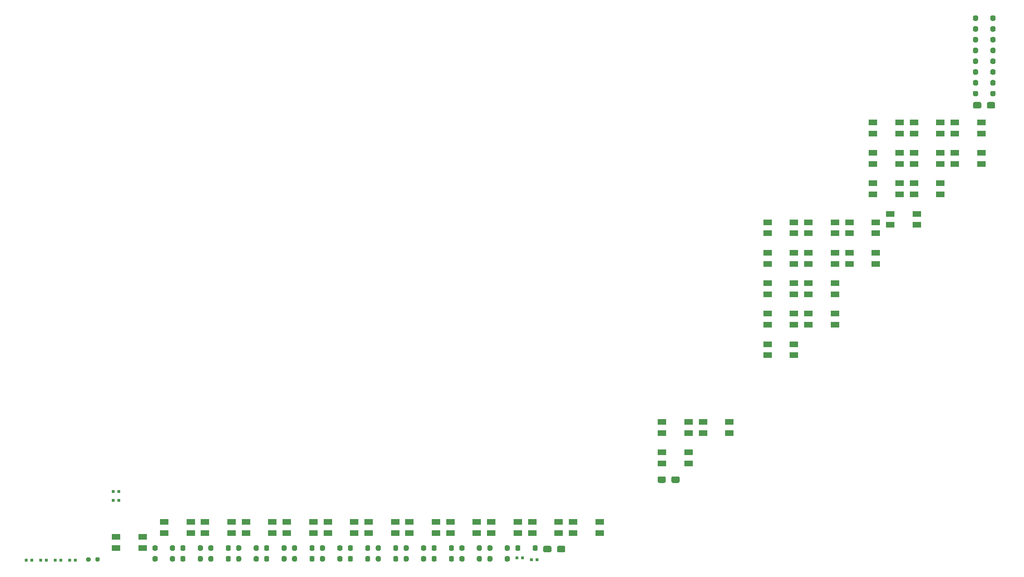
<source format=gbr>
%TF.GenerationSoftware,KiCad,Pcbnew,(5.1.10)-1*%
%TF.CreationDate,2021-08-10T22:37:01+09:00*%
%TF.ProjectId,Ultramarine_fuse,556c7472-616d-4617-9269-6e655f667573,rev?*%
%TF.SameCoordinates,Original*%
%TF.FileFunction,Paste,Top*%
%TF.FilePolarity,Positive*%
%FSLAX46Y46*%
G04 Gerber Fmt 4.6, Leading zero omitted, Abs format (unit mm)*
G04 Created by KiCad (PCBNEW (5.1.10)-1) date 2021-08-10 22:37:01*
%MOMM*%
%LPD*%
G01*
G04 APERTURE LIST*
%ADD10R,1.600000X1.000000*%
%ADD11R,0.609600X0.609600*%
G04 APERTURE END LIST*
D10*
%TO.C,U36*%
X224515300Y-90326501D03*
X224515300Y-92326501D03*
X219715300Y-92326501D03*
X219715300Y-90326501D03*
X224515300Y-92326501D03*
X224515300Y-90326501D03*
X219715300Y-90326501D03*
X219715300Y-92326501D03*
%TD*%
%TO.C,U35*%
X231915300Y-84806501D03*
X231915300Y-86806501D03*
X227115300Y-86806501D03*
X227115300Y-84806501D03*
X231915300Y-86806501D03*
X231915300Y-84806501D03*
X227115300Y-84806501D03*
X227115300Y-86806501D03*
%TD*%
%TO.C,U34*%
X205415300Y-115486501D03*
X205415300Y-117486501D03*
X200615300Y-117486501D03*
X200615300Y-115486501D03*
X205415300Y-117486501D03*
X205415300Y-115486501D03*
X200615300Y-115486501D03*
X200615300Y-117486501D03*
%TD*%
%TO.C,U33*%
X224515300Y-84806501D03*
X224515300Y-86806501D03*
X219715300Y-86806501D03*
X219715300Y-84806501D03*
X224515300Y-86806501D03*
X224515300Y-84806501D03*
X219715300Y-84806501D03*
X219715300Y-86806501D03*
%TD*%
%TO.C,U32*%
X231915300Y-79286501D03*
X231915300Y-81286501D03*
X227115300Y-81286501D03*
X227115300Y-79286501D03*
X231915300Y-81286501D03*
X231915300Y-79286501D03*
X227115300Y-79286501D03*
X227115300Y-81286501D03*
%TD*%
%TO.C,U31*%
X243615300Y-66706501D03*
X243615300Y-68706501D03*
X238815300Y-68706501D03*
X238815300Y-66706501D03*
X243615300Y-68706501D03*
X243615300Y-66706501D03*
X238815300Y-66706501D03*
X238815300Y-68706501D03*
%TD*%
%TO.C,U30*%
X251015300Y-61186501D03*
X251015300Y-63186501D03*
X246215300Y-63186501D03*
X246215300Y-61186501D03*
X251015300Y-63186501D03*
X251015300Y-61186501D03*
X246215300Y-61186501D03*
X246215300Y-63186501D03*
%TD*%
%TO.C,U29*%
X224515300Y-101366501D03*
X224515300Y-103366501D03*
X219715300Y-103366501D03*
X219715300Y-101366501D03*
X224515300Y-103366501D03*
X224515300Y-101366501D03*
X219715300Y-101366501D03*
X219715300Y-103366501D03*
%TD*%
%TO.C,U28*%
X189315300Y-133586501D03*
X189315300Y-135586501D03*
X184515300Y-135586501D03*
X184515300Y-133586501D03*
X189315300Y-135586501D03*
X189315300Y-133586501D03*
X184515300Y-133586501D03*
X184515300Y-135586501D03*
%TD*%
%TO.C,U27*%
X258415300Y-66706501D03*
X258415300Y-68706501D03*
X253615300Y-68706501D03*
X253615300Y-66706501D03*
X258415300Y-68706501D03*
X258415300Y-66706501D03*
X253615300Y-66706501D03*
X253615300Y-68706501D03*
%TD*%
%TO.C,U26*%
X251015300Y-72226501D03*
X251015300Y-74226501D03*
X246215300Y-74226501D03*
X246215300Y-72226501D03*
X251015300Y-74226501D03*
X251015300Y-72226501D03*
X246215300Y-72226501D03*
X246215300Y-74226501D03*
%TD*%
%TO.C,U25*%
X246715300Y-77746501D03*
X246715300Y-79746501D03*
X241915300Y-79746501D03*
X241915300Y-77746501D03*
X246715300Y-79746501D03*
X246715300Y-77746501D03*
X241915300Y-77746501D03*
X241915300Y-79746501D03*
%TD*%
%TO.C,U24*%
X239315300Y-84806501D03*
X239315300Y-86806501D03*
X234515300Y-86806501D03*
X234515300Y-84806501D03*
X239315300Y-86806501D03*
X239315300Y-84806501D03*
X234515300Y-84806501D03*
X234515300Y-86806501D03*
%TD*%
%TO.C,U23*%
X231915300Y-90326501D03*
X231915300Y-92326501D03*
X227115300Y-92326501D03*
X227115300Y-90326501D03*
X231915300Y-92326501D03*
X231915300Y-90326501D03*
X227115300Y-90326501D03*
X227115300Y-92326501D03*
%TD*%
%TO.C,U22*%
X239315300Y-79286501D03*
X239315300Y-81286501D03*
X234515300Y-81286501D03*
X234515300Y-79286501D03*
X239315300Y-81286501D03*
X239315300Y-79286501D03*
X234515300Y-79286501D03*
X234515300Y-81286501D03*
%TD*%
%TO.C,U21*%
X212815300Y-115486501D03*
X212815300Y-117486501D03*
X208015300Y-117486501D03*
X208015300Y-115486501D03*
X212815300Y-117486501D03*
X212815300Y-115486501D03*
X208015300Y-115486501D03*
X208015300Y-117486501D03*
%TD*%
%TO.C,U20*%
X231915300Y-95846501D03*
X231915300Y-97846501D03*
X227115300Y-97846501D03*
X227115300Y-95846501D03*
X231915300Y-97846501D03*
X231915300Y-95846501D03*
X227115300Y-95846501D03*
X227115300Y-97846501D03*
%TD*%
%TO.C,U19*%
X174515300Y-133586501D03*
X174515300Y-135586501D03*
X169715300Y-135586501D03*
X169715300Y-133586501D03*
X174515300Y-135586501D03*
X174515300Y-133586501D03*
X169715300Y-133586501D03*
X169715300Y-135586501D03*
%TD*%
%TO.C,U18*%
X205415300Y-121006501D03*
X205415300Y-123006501D03*
X200615300Y-123006501D03*
X200615300Y-121006501D03*
X205415300Y-123006501D03*
X205415300Y-121006501D03*
X200615300Y-121006501D03*
X200615300Y-123006501D03*
%TD*%
%TO.C,U17*%
X106615300Y-136286501D03*
X106615300Y-138286501D03*
X101815300Y-138286501D03*
X101815300Y-136286501D03*
X106615300Y-138286501D03*
X106615300Y-136286501D03*
X101815300Y-136286501D03*
X101815300Y-138286501D03*
%TD*%
%TO.C,U16*%
X115315300Y-133586501D03*
X115315300Y-135586501D03*
X110515300Y-135586501D03*
X110515300Y-133586501D03*
X115315300Y-135586501D03*
X115315300Y-133586501D03*
X110515300Y-133586501D03*
X110515300Y-135586501D03*
%TD*%
%TO.C,U15*%
X122715300Y-133586501D03*
X122715300Y-135586501D03*
X117915300Y-135586501D03*
X117915300Y-133586501D03*
X122715300Y-135586501D03*
X122715300Y-133586501D03*
X117915300Y-133586501D03*
X117915300Y-135586501D03*
%TD*%
%TO.C,U14*%
X137515300Y-133586501D03*
X137515300Y-135586501D03*
X132715300Y-135586501D03*
X132715300Y-133586501D03*
X137515300Y-135586501D03*
X137515300Y-133586501D03*
X132715300Y-133586501D03*
X132715300Y-135586501D03*
%TD*%
%TO.C,U13*%
X144915300Y-133586501D03*
X144915300Y-135586501D03*
X140115300Y-135586501D03*
X140115300Y-133586501D03*
X144915300Y-135586501D03*
X144915300Y-133586501D03*
X140115300Y-133586501D03*
X140115300Y-135586501D03*
%TD*%
%TO.C,U12*%
X152315300Y-133586501D03*
X152315300Y-135586501D03*
X147515300Y-135586501D03*
X147515300Y-133586501D03*
X152315300Y-135586501D03*
X152315300Y-133586501D03*
X147515300Y-133586501D03*
X147515300Y-135586501D03*
%TD*%
%TO.C,U11*%
X159715300Y-133586501D03*
X159715300Y-135586501D03*
X154915300Y-135586501D03*
X154915300Y-133586501D03*
X159715300Y-135586501D03*
X159715300Y-133586501D03*
X154915300Y-133586501D03*
X154915300Y-135586501D03*
%TD*%
%TO.C,U10*%
X167115300Y-133586501D03*
X167115300Y-135586501D03*
X162315300Y-135586501D03*
X162315300Y-133586501D03*
X167115300Y-135586501D03*
X167115300Y-133586501D03*
X162315300Y-133586501D03*
X162315300Y-135586501D03*
%TD*%
%TO.C,U9*%
X224515300Y-79286501D03*
X224515300Y-81286501D03*
X219715300Y-81286501D03*
X219715300Y-79286501D03*
X224515300Y-81286501D03*
X224515300Y-79286501D03*
X219715300Y-79286501D03*
X219715300Y-81286501D03*
%TD*%
%TO.C,U8*%
X243615300Y-61186501D03*
X243615300Y-63186501D03*
X238815300Y-63186501D03*
X238815300Y-61186501D03*
X243615300Y-63186501D03*
X243615300Y-61186501D03*
X238815300Y-61186501D03*
X238815300Y-63186501D03*
%TD*%
%TO.C,U7*%
X251015300Y-66706501D03*
X251015300Y-68706501D03*
X246215300Y-68706501D03*
X246215300Y-66706501D03*
X251015300Y-68706501D03*
X251015300Y-66706501D03*
X246215300Y-66706501D03*
X246215300Y-68706501D03*
%TD*%
%TO.C,U6*%
X130115300Y-133586501D03*
X130115300Y-135586501D03*
X125315300Y-135586501D03*
X125315300Y-133586501D03*
X130115300Y-135586501D03*
X130115300Y-133586501D03*
X125315300Y-133586501D03*
X125315300Y-135586501D03*
%TD*%
%TO.C,U5*%
X224515300Y-95846501D03*
X224515300Y-97846501D03*
X219715300Y-97846501D03*
X219715300Y-95846501D03*
X224515300Y-97846501D03*
X224515300Y-95846501D03*
X219715300Y-95846501D03*
X219715300Y-97846501D03*
%TD*%
%TO.C,U4*%
X181915300Y-133586501D03*
X181915300Y-135586501D03*
X177115300Y-135586501D03*
X177115300Y-133586501D03*
X181915300Y-135586501D03*
X181915300Y-133586501D03*
X177115300Y-133586501D03*
X177115300Y-135586501D03*
%TD*%
%TO.C,U3*%
X258415300Y-61186501D03*
X258415300Y-63186501D03*
X253615300Y-63186501D03*
X253615300Y-61186501D03*
X258415300Y-63186501D03*
X258415300Y-61186501D03*
X253615300Y-61186501D03*
X253615300Y-63186501D03*
%TD*%
%TO.C,U2*%
X243615300Y-72226501D03*
X243615300Y-74226501D03*
X238815300Y-74226501D03*
X238815300Y-72226501D03*
X243615300Y-74226501D03*
X243615300Y-72226501D03*
X238815300Y-72226501D03*
X238815300Y-74226501D03*
%TD*%
%TO.C,R3*%
G36*
G01*
X202315300Y-126226501D02*
X202315300Y-125626501D01*
G75*
G02*
X202615300Y-125326501I300000J0D01*
G01*
X203515300Y-125326501D01*
G75*
G02*
X203815300Y-125626501I0J-300000D01*
G01*
X203815300Y-126226501D01*
G75*
G02*
X203515300Y-126526501I-300000J0D01*
G01*
X202615300Y-126526501D01*
G75*
G02*
X202315300Y-126226501I0J300000D01*
G01*
G37*
G36*
G01*
X199815300Y-126226501D02*
X199815300Y-125626501D01*
G75*
G02*
X200115300Y-125326501I300000J0D01*
G01*
X201015300Y-125326501D01*
G75*
G02*
X201315300Y-125626501I0J-300000D01*
G01*
X201315300Y-126226501D01*
G75*
G02*
X201015300Y-126526501I-300000J0D01*
G01*
X200115300Y-126526501D01*
G75*
G02*
X199815300Y-126226501I0J300000D01*
G01*
G37*
%TD*%
%TO.C,R2*%
G36*
G01*
X181615300Y-138806501D02*
X181615300Y-138206501D01*
G75*
G02*
X181915300Y-137906501I300000J0D01*
G01*
X182815300Y-137906501D01*
G75*
G02*
X183115300Y-138206501I0J-300000D01*
G01*
X183115300Y-138806501D01*
G75*
G02*
X182815300Y-139106501I-300000J0D01*
G01*
X181915300Y-139106501D01*
G75*
G02*
X181615300Y-138806501I0J300000D01*
G01*
G37*
G36*
G01*
X179115300Y-138806501D02*
X179115300Y-138206501D01*
G75*
G02*
X179415300Y-137906501I300000J0D01*
G01*
X180315300Y-137906501D01*
G75*
G02*
X180615300Y-138206501I0J-300000D01*
G01*
X180615300Y-138806501D01*
G75*
G02*
X180315300Y-139106501I-300000J0D01*
G01*
X179415300Y-139106501D01*
G75*
G02*
X179115300Y-138806501I0J300000D01*
G01*
G37*
%TD*%
%TO.C,R1*%
G36*
G01*
X259415300Y-58386501D02*
X259415300Y-57786501D01*
G75*
G02*
X259715300Y-57486501I300000J0D01*
G01*
X260615300Y-57486501D01*
G75*
G02*
X260915300Y-57786501I0J-300000D01*
G01*
X260915300Y-58386501D01*
G75*
G02*
X260615300Y-58686501I-300000J0D01*
G01*
X259715300Y-58686501D01*
G75*
G02*
X259415300Y-58386501I0J300000D01*
G01*
G37*
G36*
G01*
X256915300Y-58386501D02*
X256915300Y-57786501D01*
G75*
G02*
X257215300Y-57486501I300000J0D01*
G01*
X258115300Y-57486501D01*
G75*
G02*
X258415300Y-57786501I0J-300000D01*
G01*
X258415300Y-58386501D01*
G75*
G02*
X258115300Y-58686501I-300000J0D01*
G01*
X257215300Y-58686501D01*
G75*
G02*
X256915300Y-58386501I0J300000D01*
G01*
G37*
%TD*%
D11*
%TO.C,JP8*%
X178006100Y-140480501D03*
X176990100Y-140480501D03*
%TD*%
%TO.C,JP7*%
X102336100Y-128040501D03*
X101320100Y-128040501D03*
%TD*%
%TO.C,JP6*%
X86536100Y-140490501D03*
X85520100Y-140490501D03*
%TD*%
%TO.C,JP5*%
X89156100Y-140490501D03*
X88140100Y-140490501D03*
%TD*%
%TO.C,JP4*%
X91776100Y-140490501D03*
X90760100Y-140490501D03*
%TD*%
%TO.C,JP3*%
X94396100Y-140490501D03*
X93380100Y-140490501D03*
%TD*%
%TO.C,JP2*%
X102336100Y-129660501D03*
X101320100Y-129660501D03*
%TD*%
%TO.C,JP1*%
X175386100Y-140110501D03*
X174370100Y-140110501D03*
%TD*%
%TO.C,D36*%
G36*
G01*
X98065300Y-140576500D02*
X98065300Y-140176500D01*
G75*
G02*
X98265300Y-139976500I200000J0D01*
G01*
X98665300Y-139976500D01*
G75*
G02*
X98865300Y-140176500I0J-200000D01*
G01*
X98865300Y-140576500D01*
G75*
G02*
X98665300Y-140776500I-200000J0D01*
G01*
X98265300Y-140776500D01*
G75*
G02*
X98065300Y-140576500I0J200000D01*
G01*
G37*
G36*
G01*
X96415300Y-140576500D02*
X96415300Y-140176500D01*
G75*
G02*
X96615300Y-139976500I200000J0D01*
G01*
X97015300Y-139976500D01*
G75*
G02*
X97215300Y-140176500I0J-200000D01*
G01*
X97215300Y-140576500D01*
G75*
G02*
X97015300Y-140776500I-200000J0D01*
G01*
X96615300Y-140776500D01*
G75*
G02*
X96415300Y-140576500I0J200000D01*
G01*
G37*
%TD*%
%TO.C,D35*%
G36*
G01*
X128615300Y-138571500D02*
X128615300Y-138071500D01*
G75*
G02*
X128840300Y-137846500I225000J0D01*
G01*
X129290300Y-137846500D01*
G75*
G02*
X129515300Y-138071500I0J-225000D01*
G01*
X129515300Y-138571500D01*
G75*
G02*
X129290300Y-138796500I-225000J0D01*
G01*
X128840300Y-138796500D01*
G75*
G02*
X128615300Y-138571500I0J225000D01*
G01*
G37*
G36*
G01*
X131765300Y-138571500D02*
X131765300Y-138071500D01*
G75*
G02*
X131990300Y-137846500I225000J0D01*
G01*
X132440300Y-137846500D01*
G75*
G02*
X132665300Y-138071500I0J-225000D01*
G01*
X132665300Y-138571500D01*
G75*
G02*
X132440300Y-138796500I-225000J0D01*
G01*
X131990300Y-138796500D01*
G75*
G02*
X131765300Y-138571500I0J225000D01*
G01*
G37*
%TD*%
%TO.C,D34*%
G36*
G01*
X133665300Y-138571500D02*
X133665300Y-138071500D01*
G75*
G02*
X133890300Y-137846500I225000J0D01*
G01*
X134340300Y-137846500D01*
G75*
G02*
X134565300Y-138071500I0J-225000D01*
G01*
X134565300Y-138571500D01*
G75*
G02*
X134340300Y-138796500I-225000J0D01*
G01*
X133890300Y-138796500D01*
G75*
G02*
X133665300Y-138571500I0J225000D01*
G01*
G37*
G36*
G01*
X136815300Y-138571500D02*
X136815300Y-138071500D01*
G75*
G02*
X137040300Y-137846500I225000J0D01*
G01*
X137490300Y-137846500D01*
G75*
G02*
X137715300Y-138071500I0J-225000D01*
G01*
X137715300Y-138571500D01*
G75*
G02*
X137490300Y-138796500I-225000J0D01*
G01*
X137040300Y-138796500D01*
G75*
G02*
X136815300Y-138571500I0J225000D01*
G01*
G37*
%TD*%
%TO.C,D33*%
G36*
G01*
X128615300Y-140521500D02*
X128615300Y-140021500D01*
G75*
G02*
X128840300Y-139796500I225000J0D01*
G01*
X129290300Y-139796500D01*
G75*
G02*
X129515300Y-140021500I0J-225000D01*
G01*
X129515300Y-140521500D01*
G75*
G02*
X129290300Y-140746500I-225000J0D01*
G01*
X128840300Y-140746500D01*
G75*
G02*
X128615300Y-140521500I0J225000D01*
G01*
G37*
G36*
G01*
X131765300Y-140521500D02*
X131765300Y-140021500D01*
G75*
G02*
X131990300Y-139796500I225000J0D01*
G01*
X132440300Y-139796500D01*
G75*
G02*
X132665300Y-140021500I0J-225000D01*
G01*
X132665300Y-140521500D01*
G75*
G02*
X132440300Y-140746500I-225000J0D01*
G01*
X131990300Y-140746500D01*
G75*
G02*
X131765300Y-140521500I0J225000D01*
G01*
G37*
%TD*%
%TO.C,D32*%
G36*
G01*
X118515300Y-138571500D02*
X118515300Y-138071500D01*
G75*
G02*
X118740300Y-137846500I225000J0D01*
G01*
X119190300Y-137846500D01*
G75*
G02*
X119415300Y-138071500I0J-225000D01*
G01*
X119415300Y-138571500D01*
G75*
G02*
X119190300Y-138796500I-225000J0D01*
G01*
X118740300Y-138796500D01*
G75*
G02*
X118515300Y-138571500I0J225000D01*
G01*
G37*
G36*
G01*
X121665300Y-138571500D02*
X121665300Y-138071500D01*
G75*
G02*
X121890300Y-137846500I225000J0D01*
G01*
X122340300Y-137846500D01*
G75*
G02*
X122565300Y-138071500I0J-225000D01*
G01*
X122565300Y-138571500D01*
G75*
G02*
X122340300Y-138796500I-225000J0D01*
G01*
X121890300Y-138796500D01*
G75*
G02*
X121665300Y-138571500I0J225000D01*
G01*
G37*
%TD*%
%TO.C,D31*%
G36*
G01*
X256915300Y-54251500D02*
X256915300Y-53751500D01*
G75*
G02*
X257140300Y-53526500I225000J0D01*
G01*
X257590300Y-53526500D01*
G75*
G02*
X257815300Y-53751500I0J-225000D01*
G01*
X257815300Y-54251500D01*
G75*
G02*
X257590300Y-54476500I-225000J0D01*
G01*
X257140300Y-54476500D01*
G75*
G02*
X256915300Y-54251500I0J225000D01*
G01*
G37*
G36*
G01*
X260065300Y-54251500D02*
X260065300Y-53751500D01*
G75*
G02*
X260290300Y-53526500I225000J0D01*
G01*
X260740300Y-53526500D01*
G75*
G02*
X260965300Y-53751500I0J-225000D01*
G01*
X260965300Y-54251500D01*
G75*
G02*
X260740300Y-54476500I-225000J0D01*
G01*
X260290300Y-54476500D01*
G75*
G02*
X260065300Y-54251500I0J225000D01*
G01*
G37*
%TD*%
%TO.C,D30*%
G36*
G01*
X138715300Y-140521500D02*
X138715300Y-140021500D01*
G75*
G02*
X138940300Y-139796500I225000J0D01*
G01*
X139390300Y-139796500D01*
G75*
G02*
X139615300Y-140021500I0J-225000D01*
G01*
X139615300Y-140521500D01*
G75*
G02*
X139390300Y-140746500I-225000J0D01*
G01*
X138940300Y-140746500D01*
G75*
G02*
X138715300Y-140521500I0J225000D01*
G01*
G37*
G36*
G01*
X141865300Y-140521500D02*
X141865300Y-140021500D01*
G75*
G02*
X142090300Y-139796500I225000J0D01*
G01*
X142540300Y-139796500D01*
G75*
G02*
X142765300Y-140021500I0J-225000D01*
G01*
X142765300Y-140521500D01*
G75*
G02*
X142540300Y-140746500I-225000J0D01*
G01*
X142090300Y-140746500D01*
G75*
G02*
X141865300Y-140521500I0J225000D01*
G01*
G37*
%TD*%
%TO.C,D29*%
G36*
G01*
X143765300Y-138571500D02*
X143765300Y-138071500D01*
G75*
G02*
X143990300Y-137846500I225000J0D01*
G01*
X144440300Y-137846500D01*
G75*
G02*
X144665300Y-138071500I0J-225000D01*
G01*
X144665300Y-138571500D01*
G75*
G02*
X144440300Y-138796500I-225000J0D01*
G01*
X143990300Y-138796500D01*
G75*
G02*
X143765300Y-138571500I0J225000D01*
G01*
G37*
G36*
G01*
X146915300Y-138571500D02*
X146915300Y-138071500D01*
G75*
G02*
X147140300Y-137846500I225000J0D01*
G01*
X147590300Y-137846500D01*
G75*
G02*
X147815300Y-138071500I0J-225000D01*
G01*
X147815300Y-138571500D01*
G75*
G02*
X147590300Y-138796500I-225000J0D01*
G01*
X147140300Y-138796500D01*
G75*
G02*
X146915300Y-138571500I0J225000D01*
G01*
G37*
%TD*%
%TO.C,D28*%
G36*
G01*
X148815300Y-138571500D02*
X148815300Y-138071500D01*
G75*
G02*
X149040300Y-137846500I225000J0D01*
G01*
X149490300Y-137846500D01*
G75*
G02*
X149715300Y-138071500I0J-225000D01*
G01*
X149715300Y-138571500D01*
G75*
G02*
X149490300Y-138796500I-225000J0D01*
G01*
X149040300Y-138796500D01*
G75*
G02*
X148815300Y-138571500I0J225000D01*
G01*
G37*
G36*
G01*
X151965300Y-138571500D02*
X151965300Y-138071500D01*
G75*
G02*
X152190300Y-137846500I225000J0D01*
G01*
X152640300Y-137846500D01*
G75*
G02*
X152865300Y-138071500I0J-225000D01*
G01*
X152865300Y-138571500D01*
G75*
G02*
X152640300Y-138796500I-225000J0D01*
G01*
X152190300Y-138796500D01*
G75*
G02*
X151965300Y-138571500I0J225000D01*
G01*
G37*
%TD*%
%TO.C,D27*%
G36*
G01*
X153865300Y-138571500D02*
X153865300Y-138071500D01*
G75*
G02*
X154090300Y-137846500I225000J0D01*
G01*
X154540300Y-137846500D01*
G75*
G02*
X154765300Y-138071500I0J-225000D01*
G01*
X154765300Y-138571500D01*
G75*
G02*
X154540300Y-138796500I-225000J0D01*
G01*
X154090300Y-138796500D01*
G75*
G02*
X153865300Y-138571500I0J225000D01*
G01*
G37*
G36*
G01*
X157015300Y-138571500D02*
X157015300Y-138071500D01*
G75*
G02*
X157240300Y-137846500I225000J0D01*
G01*
X157690300Y-137846500D01*
G75*
G02*
X157915300Y-138071500I0J-225000D01*
G01*
X157915300Y-138571500D01*
G75*
G02*
X157690300Y-138796500I-225000J0D01*
G01*
X157240300Y-138796500D01*
G75*
G02*
X157015300Y-138571500I0J225000D01*
G01*
G37*
%TD*%
%TO.C,D26*%
G36*
G01*
X143765300Y-140521500D02*
X143765300Y-140021500D01*
G75*
G02*
X143990300Y-139796500I225000J0D01*
G01*
X144440300Y-139796500D01*
G75*
G02*
X144665300Y-140021500I0J-225000D01*
G01*
X144665300Y-140521500D01*
G75*
G02*
X144440300Y-140746500I-225000J0D01*
G01*
X143990300Y-140746500D01*
G75*
G02*
X143765300Y-140521500I0J225000D01*
G01*
G37*
G36*
G01*
X146915300Y-140521500D02*
X146915300Y-140021500D01*
G75*
G02*
X147140300Y-139796500I225000J0D01*
G01*
X147590300Y-139796500D01*
G75*
G02*
X147815300Y-140021500I0J-225000D01*
G01*
X147815300Y-140521500D01*
G75*
G02*
X147590300Y-140746500I-225000J0D01*
G01*
X147140300Y-140746500D01*
G75*
G02*
X146915300Y-140521500I0J225000D01*
G01*
G37*
%TD*%
%TO.C,D25*%
G36*
G01*
X148815300Y-140521500D02*
X148815300Y-140021500D01*
G75*
G02*
X149040300Y-139796500I225000J0D01*
G01*
X149490300Y-139796500D01*
G75*
G02*
X149715300Y-140021500I0J-225000D01*
G01*
X149715300Y-140521500D01*
G75*
G02*
X149490300Y-140746500I-225000J0D01*
G01*
X149040300Y-140746500D01*
G75*
G02*
X148815300Y-140521500I0J225000D01*
G01*
G37*
G36*
G01*
X151965300Y-140521500D02*
X151965300Y-140021500D01*
G75*
G02*
X152190300Y-139796500I225000J0D01*
G01*
X152640300Y-139796500D01*
G75*
G02*
X152865300Y-140021500I0J-225000D01*
G01*
X152865300Y-140521500D01*
G75*
G02*
X152640300Y-140746500I-225000J0D01*
G01*
X152190300Y-140746500D01*
G75*
G02*
X151965300Y-140521500I0J225000D01*
G01*
G37*
%TD*%
%TO.C,D24*%
G36*
G01*
X153865300Y-140521500D02*
X153865300Y-140021500D01*
G75*
G02*
X154090300Y-139796500I225000J0D01*
G01*
X154540300Y-139796500D01*
G75*
G02*
X154765300Y-140021500I0J-225000D01*
G01*
X154765300Y-140521500D01*
G75*
G02*
X154540300Y-140746500I-225000J0D01*
G01*
X154090300Y-140746500D01*
G75*
G02*
X153865300Y-140521500I0J225000D01*
G01*
G37*
G36*
G01*
X157015300Y-140521500D02*
X157015300Y-140021500D01*
G75*
G02*
X157240300Y-139796500I225000J0D01*
G01*
X157690300Y-139796500D01*
G75*
G02*
X157915300Y-140021500I0J-225000D01*
G01*
X157915300Y-140521500D01*
G75*
G02*
X157690300Y-140746500I-225000J0D01*
G01*
X157240300Y-140746500D01*
G75*
G02*
X157015300Y-140521500I0J225000D01*
G01*
G37*
%TD*%
%TO.C,D23*%
G36*
G01*
X158915300Y-138571500D02*
X158915300Y-138071500D01*
G75*
G02*
X159140300Y-137846500I225000J0D01*
G01*
X159590300Y-137846500D01*
G75*
G02*
X159815300Y-138071500I0J-225000D01*
G01*
X159815300Y-138571500D01*
G75*
G02*
X159590300Y-138796500I-225000J0D01*
G01*
X159140300Y-138796500D01*
G75*
G02*
X158915300Y-138571500I0J225000D01*
G01*
G37*
G36*
G01*
X162065300Y-138571500D02*
X162065300Y-138071500D01*
G75*
G02*
X162290300Y-137846500I225000J0D01*
G01*
X162740300Y-137846500D01*
G75*
G02*
X162965300Y-138071500I0J-225000D01*
G01*
X162965300Y-138571500D01*
G75*
G02*
X162740300Y-138796500I-225000J0D01*
G01*
X162290300Y-138796500D01*
G75*
G02*
X162065300Y-138571500I0J225000D01*
G01*
G37*
%TD*%
%TO.C,D22*%
G36*
G01*
X256915300Y-42551500D02*
X256915300Y-42051500D01*
G75*
G02*
X257140300Y-41826500I225000J0D01*
G01*
X257590300Y-41826500D01*
G75*
G02*
X257815300Y-42051500I0J-225000D01*
G01*
X257815300Y-42551500D01*
G75*
G02*
X257590300Y-42776500I-225000J0D01*
G01*
X257140300Y-42776500D01*
G75*
G02*
X256915300Y-42551500I0J225000D01*
G01*
G37*
G36*
G01*
X260065300Y-42551500D02*
X260065300Y-42051500D01*
G75*
G02*
X260290300Y-41826500I225000J0D01*
G01*
X260740300Y-41826500D01*
G75*
G02*
X260965300Y-42051500I0J-225000D01*
G01*
X260965300Y-42551500D01*
G75*
G02*
X260740300Y-42776500I-225000J0D01*
G01*
X260290300Y-42776500D01*
G75*
G02*
X260065300Y-42551500I0J225000D01*
G01*
G37*
%TD*%
%TO.C,D21*%
G36*
G01*
X158915300Y-140521500D02*
X158915300Y-140021500D01*
G75*
G02*
X159140300Y-139796500I225000J0D01*
G01*
X159590300Y-139796500D01*
G75*
G02*
X159815300Y-140021500I0J-225000D01*
G01*
X159815300Y-140521500D01*
G75*
G02*
X159590300Y-140746500I-225000J0D01*
G01*
X159140300Y-140746500D01*
G75*
G02*
X158915300Y-140521500I0J225000D01*
G01*
G37*
G36*
G01*
X162065300Y-140521500D02*
X162065300Y-140021500D01*
G75*
G02*
X162290300Y-139796500I225000J0D01*
G01*
X162740300Y-139796500D01*
G75*
G02*
X162965300Y-140021500I0J-225000D01*
G01*
X162965300Y-140521500D01*
G75*
G02*
X162740300Y-140746500I-225000J0D01*
G01*
X162290300Y-140746500D01*
G75*
G02*
X162065300Y-140521500I0J225000D01*
G01*
G37*
%TD*%
%TO.C,D20*%
G36*
G01*
X256915300Y-44501500D02*
X256915300Y-44001500D01*
G75*
G02*
X257140300Y-43776500I225000J0D01*
G01*
X257590300Y-43776500D01*
G75*
G02*
X257815300Y-44001500I0J-225000D01*
G01*
X257815300Y-44501500D01*
G75*
G02*
X257590300Y-44726500I-225000J0D01*
G01*
X257140300Y-44726500D01*
G75*
G02*
X256915300Y-44501500I0J225000D01*
G01*
G37*
G36*
G01*
X260065300Y-44501500D02*
X260065300Y-44001500D01*
G75*
G02*
X260290300Y-43776500I225000J0D01*
G01*
X260740300Y-43776500D01*
G75*
G02*
X260965300Y-44001500I0J-225000D01*
G01*
X260965300Y-44501500D01*
G75*
G02*
X260740300Y-44726500I-225000J0D01*
G01*
X260290300Y-44726500D01*
G75*
G02*
X260065300Y-44501500I0J225000D01*
G01*
G37*
%TD*%
%TO.C,D19*%
G36*
G01*
X174065300Y-138571500D02*
X174065300Y-138071500D01*
G75*
G02*
X174290300Y-137846500I225000J0D01*
G01*
X174740300Y-137846500D01*
G75*
G02*
X174965300Y-138071500I0J-225000D01*
G01*
X174965300Y-138571500D01*
G75*
G02*
X174740300Y-138796500I-225000J0D01*
G01*
X174290300Y-138796500D01*
G75*
G02*
X174065300Y-138571500I0J225000D01*
G01*
G37*
G36*
G01*
X177215300Y-138571500D02*
X177215300Y-138071500D01*
G75*
G02*
X177440300Y-137846500I225000J0D01*
G01*
X177890300Y-137846500D01*
G75*
G02*
X178115300Y-138071500I0J-225000D01*
G01*
X178115300Y-138571500D01*
G75*
G02*
X177890300Y-138796500I-225000J0D01*
G01*
X177440300Y-138796500D01*
G75*
G02*
X177215300Y-138571500I0J225000D01*
G01*
G37*
%TD*%
%TO.C,D18*%
G36*
G01*
X256915300Y-46451500D02*
X256915300Y-45951500D01*
G75*
G02*
X257140300Y-45726500I225000J0D01*
G01*
X257590300Y-45726500D01*
G75*
G02*
X257815300Y-45951500I0J-225000D01*
G01*
X257815300Y-46451500D01*
G75*
G02*
X257590300Y-46676500I-225000J0D01*
G01*
X257140300Y-46676500D01*
G75*
G02*
X256915300Y-46451500I0J225000D01*
G01*
G37*
G36*
G01*
X260065300Y-46451500D02*
X260065300Y-45951500D01*
G75*
G02*
X260290300Y-45726500I225000J0D01*
G01*
X260740300Y-45726500D01*
G75*
G02*
X260965300Y-45951500I0J-225000D01*
G01*
X260965300Y-46451500D01*
G75*
G02*
X260740300Y-46676500I-225000J0D01*
G01*
X260290300Y-46676500D01*
G75*
G02*
X260065300Y-46451500I0J225000D01*
G01*
G37*
%TD*%
%TO.C,D17*%
G36*
G01*
X256915300Y-56201500D02*
X256915300Y-55701500D01*
G75*
G02*
X257140300Y-55476500I225000J0D01*
G01*
X257590300Y-55476500D01*
G75*
G02*
X257815300Y-55701500I0J-225000D01*
G01*
X257815300Y-56201500D01*
G75*
G02*
X257590300Y-56426500I-225000J0D01*
G01*
X257140300Y-56426500D01*
G75*
G02*
X256915300Y-56201500I0J225000D01*
G01*
G37*
G36*
G01*
X260065300Y-56201500D02*
X260065300Y-55701500D01*
G75*
G02*
X260290300Y-55476500I225000J0D01*
G01*
X260740300Y-55476500D01*
G75*
G02*
X260965300Y-55701500I0J-225000D01*
G01*
X260965300Y-56201500D01*
G75*
G02*
X260740300Y-56426500I-225000J0D01*
G01*
X260290300Y-56426500D01*
G75*
G02*
X260065300Y-56201500I0J225000D01*
G01*
G37*
%TD*%
%TO.C,D16*%
G36*
G01*
X138715300Y-138571500D02*
X138715300Y-138071500D01*
G75*
G02*
X138940300Y-137846500I225000J0D01*
G01*
X139390300Y-137846500D01*
G75*
G02*
X139615300Y-138071500I0J-225000D01*
G01*
X139615300Y-138571500D01*
G75*
G02*
X139390300Y-138796500I-225000J0D01*
G01*
X138940300Y-138796500D01*
G75*
G02*
X138715300Y-138571500I0J225000D01*
G01*
G37*
G36*
G01*
X141865300Y-138571500D02*
X141865300Y-138071500D01*
G75*
G02*
X142090300Y-137846500I225000J0D01*
G01*
X142540300Y-137846500D01*
G75*
G02*
X142765300Y-138071500I0J-225000D01*
G01*
X142765300Y-138571500D01*
G75*
G02*
X142540300Y-138796500I-225000J0D01*
G01*
X142090300Y-138796500D01*
G75*
G02*
X141865300Y-138571500I0J225000D01*
G01*
G37*
%TD*%
%TO.C,D15*%
G36*
G01*
X169015300Y-140521500D02*
X169015300Y-140021500D01*
G75*
G02*
X169240300Y-139796500I225000J0D01*
G01*
X169690300Y-139796500D01*
G75*
G02*
X169915300Y-140021500I0J-225000D01*
G01*
X169915300Y-140521500D01*
G75*
G02*
X169690300Y-140746500I-225000J0D01*
G01*
X169240300Y-140746500D01*
G75*
G02*
X169015300Y-140521500I0J225000D01*
G01*
G37*
G36*
G01*
X172165300Y-140521500D02*
X172165300Y-140021500D01*
G75*
G02*
X172390300Y-139796500I225000J0D01*
G01*
X172840300Y-139796500D01*
G75*
G02*
X173065300Y-140021500I0J-225000D01*
G01*
X173065300Y-140521500D01*
G75*
G02*
X172840300Y-140746500I-225000J0D01*
G01*
X172390300Y-140746500D01*
G75*
G02*
X172165300Y-140521500I0J225000D01*
G01*
G37*
%TD*%
%TO.C,D14*%
G36*
G01*
X163965300Y-140521500D02*
X163965300Y-140021500D01*
G75*
G02*
X164190300Y-139796500I225000J0D01*
G01*
X164640300Y-139796500D01*
G75*
G02*
X164865300Y-140021500I0J-225000D01*
G01*
X164865300Y-140521500D01*
G75*
G02*
X164640300Y-140746500I-225000J0D01*
G01*
X164190300Y-140746500D01*
G75*
G02*
X163965300Y-140521500I0J225000D01*
G01*
G37*
G36*
G01*
X167115300Y-140521500D02*
X167115300Y-140021500D01*
G75*
G02*
X167340300Y-139796500I225000J0D01*
G01*
X167790300Y-139796500D01*
G75*
G02*
X168015300Y-140021500I0J-225000D01*
G01*
X168015300Y-140521500D01*
G75*
G02*
X167790300Y-140746500I-225000J0D01*
G01*
X167340300Y-140746500D01*
G75*
G02*
X167115300Y-140521500I0J225000D01*
G01*
G37*
%TD*%
%TO.C,D13*%
G36*
G01*
X169015300Y-138571500D02*
X169015300Y-138071500D01*
G75*
G02*
X169240300Y-137846500I225000J0D01*
G01*
X169690300Y-137846500D01*
G75*
G02*
X169915300Y-138071500I0J-225000D01*
G01*
X169915300Y-138571500D01*
G75*
G02*
X169690300Y-138796500I-225000J0D01*
G01*
X169240300Y-138796500D01*
G75*
G02*
X169015300Y-138571500I0J225000D01*
G01*
G37*
G36*
G01*
X172165300Y-138571500D02*
X172165300Y-138071500D01*
G75*
G02*
X172390300Y-137846500I225000J0D01*
G01*
X172840300Y-137846500D01*
G75*
G02*
X173065300Y-138071500I0J-225000D01*
G01*
X173065300Y-138571500D01*
G75*
G02*
X172840300Y-138796500I-225000J0D01*
G01*
X172390300Y-138796500D01*
G75*
G02*
X172165300Y-138571500I0J225000D01*
G01*
G37*
%TD*%
%TO.C,D12*%
G36*
G01*
X163965300Y-138571500D02*
X163965300Y-138071500D01*
G75*
G02*
X164190300Y-137846500I225000J0D01*
G01*
X164640300Y-137846500D01*
G75*
G02*
X164865300Y-138071500I0J-225000D01*
G01*
X164865300Y-138571500D01*
G75*
G02*
X164640300Y-138796500I-225000J0D01*
G01*
X164190300Y-138796500D01*
G75*
G02*
X163965300Y-138571500I0J225000D01*
G01*
G37*
G36*
G01*
X167115300Y-138571500D02*
X167115300Y-138071500D01*
G75*
G02*
X167340300Y-137846500I225000J0D01*
G01*
X167790300Y-137846500D01*
G75*
G02*
X168015300Y-138071500I0J-225000D01*
G01*
X168015300Y-138571500D01*
G75*
G02*
X167790300Y-138796500I-225000J0D01*
G01*
X167340300Y-138796500D01*
G75*
G02*
X167115300Y-138571500I0J225000D01*
G01*
G37*
%TD*%
%TO.C,D11*%
G36*
G01*
X256915300Y-52301500D02*
X256915300Y-51801500D01*
G75*
G02*
X257140300Y-51576500I225000J0D01*
G01*
X257590300Y-51576500D01*
G75*
G02*
X257815300Y-51801500I0J-225000D01*
G01*
X257815300Y-52301500D01*
G75*
G02*
X257590300Y-52526500I-225000J0D01*
G01*
X257140300Y-52526500D01*
G75*
G02*
X256915300Y-52301500I0J225000D01*
G01*
G37*
G36*
G01*
X260065300Y-52301500D02*
X260065300Y-51801500D01*
G75*
G02*
X260290300Y-51576500I225000J0D01*
G01*
X260740300Y-51576500D01*
G75*
G02*
X260965300Y-51801500I0J-225000D01*
G01*
X260965300Y-52301500D01*
G75*
G02*
X260740300Y-52526500I-225000J0D01*
G01*
X260290300Y-52526500D01*
G75*
G02*
X260065300Y-52301500I0J225000D01*
G01*
G37*
%TD*%
%TO.C,D10*%
G36*
G01*
X256915300Y-50351500D02*
X256915300Y-49851500D01*
G75*
G02*
X257140300Y-49626500I225000J0D01*
G01*
X257590300Y-49626500D01*
G75*
G02*
X257815300Y-49851500I0J-225000D01*
G01*
X257815300Y-50351500D01*
G75*
G02*
X257590300Y-50576500I-225000J0D01*
G01*
X257140300Y-50576500D01*
G75*
G02*
X256915300Y-50351500I0J225000D01*
G01*
G37*
G36*
G01*
X260065300Y-50351500D02*
X260065300Y-49851500D01*
G75*
G02*
X260290300Y-49626500I225000J0D01*
G01*
X260740300Y-49626500D01*
G75*
G02*
X260965300Y-49851500I0J-225000D01*
G01*
X260965300Y-50351500D01*
G75*
G02*
X260740300Y-50576500I-225000J0D01*
G01*
X260290300Y-50576500D01*
G75*
G02*
X260065300Y-50351500I0J225000D01*
G01*
G37*
%TD*%
%TO.C,D9*%
G36*
G01*
X133665300Y-140521500D02*
X133665300Y-140021500D01*
G75*
G02*
X133890300Y-139796500I225000J0D01*
G01*
X134340300Y-139796500D01*
G75*
G02*
X134565300Y-140021500I0J-225000D01*
G01*
X134565300Y-140521500D01*
G75*
G02*
X134340300Y-140746500I-225000J0D01*
G01*
X133890300Y-140746500D01*
G75*
G02*
X133665300Y-140521500I0J225000D01*
G01*
G37*
G36*
G01*
X136815300Y-140521500D02*
X136815300Y-140021500D01*
G75*
G02*
X137040300Y-139796500I225000J0D01*
G01*
X137490300Y-139796500D01*
G75*
G02*
X137715300Y-140021500I0J-225000D01*
G01*
X137715300Y-140521500D01*
G75*
G02*
X137490300Y-140746500I-225000J0D01*
G01*
X137040300Y-140746500D01*
G75*
G02*
X136815300Y-140521500I0J225000D01*
G01*
G37*
%TD*%
%TO.C,D8*%
G36*
G01*
X256915300Y-48401500D02*
X256915300Y-47901500D01*
G75*
G02*
X257140300Y-47676500I225000J0D01*
G01*
X257590300Y-47676500D01*
G75*
G02*
X257815300Y-47901500I0J-225000D01*
G01*
X257815300Y-48401500D01*
G75*
G02*
X257590300Y-48626500I-225000J0D01*
G01*
X257140300Y-48626500D01*
G75*
G02*
X256915300Y-48401500I0J225000D01*
G01*
G37*
G36*
G01*
X260065300Y-48401500D02*
X260065300Y-47901500D01*
G75*
G02*
X260290300Y-47676500I225000J0D01*
G01*
X260740300Y-47676500D01*
G75*
G02*
X260965300Y-47901500I0J-225000D01*
G01*
X260965300Y-48401500D01*
G75*
G02*
X260740300Y-48626500I-225000J0D01*
G01*
X260290300Y-48626500D01*
G75*
G02*
X260065300Y-48401500I0J225000D01*
G01*
G37*
%TD*%
%TO.C,D7*%
G36*
G01*
X113465300Y-140521500D02*
X113465300Y-140021500D01*
G75*
G02*
X113690300Y-139796500I225000J0D01*
G01*
X114140300Y-139796500D01*
G75*
G02*
X114365300Y-140021500I0J-225000D01*
G01*
X114365300Y-140521500D01*
G75*
G02*
X114140300Y-140746500I-225000J0D01*
G01*
X113690300Y-140746500D01*
G75*
G02*
X113465300Y-140521500I0J225000D01*
G01*
G37*
G36*
G01*
X116615300Y-140521500D02*
X116615300Y-140021500D01*
G75*
G02*
X116840300Y-139796500I225000J0D01*
G01*
X117290300Y-139796500D01*
G75*
G02*
X117515300Y-140021500I0J-225000D01*
G01*
X117515300Y-140521500D01*
G75*
G02*
X117290300Y-140746500I-225000J0D01*
G01*
X116840300Y-140746500D01*
G75*
G02*
X116615300Y-140521500I0J225000D01*
G01*
G37*
%TD*%
%TO.C,D6*%
G36*
G01*
X113465300Y-138571500D02*
X113465300Y-138071500D01*
G75*
G02*
X113690300Y-137846500I225000J0D01*
G01*
X114140300Y-137846500D01*
G75*
G02*
X114365300Y-138071500I0J-225000D01*
G01*
X114365300Y-138571500D01*
G75*
G02*
X114140300Y-138796500I-225000J0D01*
G01*
X113690300Y-138796500D01*
G75*
G02*
X113465300Y-138571500I0J225000D01*
G01*
G37*
G36*
G01*
X116615300Y-138571500D02*
X116615300Y-138071500D01*
G75*
G02*
X116840300Y-137846500I225000J0D01*
G01*
X117290300Y-137846500D01*
G75*
G02*
X117515300Y-138071500I0J-225000D01*
G01*
X117515300Y-138571500D01*
G75*
G02*
X117290300Y-138796500I-225000J0D01*
G01*
X116840300Y-138796500D01*
G75*
G02*
X116615300Y-138571500I0J225000D01*
G01*
G37*
%TD*%
%TO.C,D5*%
G36*
G01*
X108415300Y-138571500D02*
X108415300Y-138071500D01*
G75*
G02*
X108640300Y-137846500I225000J0D01*
G01*
X109090300Y-137846500D01*
G75*
G02*
X109315300Y-138071500I0J-225000D01*
G01*
X109315300Y-138571500D01*
G75*
G02*
X109090300Y-138796500I-225000J0D01*
G01*
X108640300Y-138796500D01*
G75*
G02*
X108415300Y-138571500I0J225000D01*
G01*
G37*
G36*
G01*
X111565300Y-138571500D02*
X111565300Y-138071500D01*
G75*
G02*
X111790300Y-137846500I225000J0D01*
G01*
X112240300Y-137846500D01*
G75*
G02*
X112465300Y-138071500I0J-225000D01*
G01*
X112465300Y-138571500D01*
G75*
G02*
X112240300Y-138796500I-225000J0D01*
G01*
X111790300Y-138796500D01*
G75*
G02*
X111565300Y-138571500I0J225000D01*
G01*
G37*
%TD*%
%TO.C,D4*%
G36*
G01*
X108415300Y-140521500D02*
X108415300Y-140021500D01*
G75*
G02*
X108640300Y-139796500I225000J0D01*
G01*
X109090300Y-139796500D01*
G75*
G02*
X109315300Y-140021500I0J-225000D01*
G01*
X109315300Y-140521500D01*
G75*
G02*
X109090300Y-140746500I-225000J0D01*
G01*
X108640300Y-140746500D01*
G75*
G02*
X108415300Y-140521500I0J225000D01*
G01*
G37*
G36*
G01*
X111565300Y-140521500D02*
X111565300Y-140021500D01*
G75*
G02*
X111790300Y-139796500I225000J0D01*
G01*
X112240300Y-139796500D01*
G75*
G02*
X112465300Y-140021500I0J-225000D01*
G01*
X112465300Y-140521500D01*
G75*
G02*
X112240300Y-140746500I-225000J0D01*
G01*
X111790300Y-140746500D01*
G75*
G02*
X111565300Y-140521500I0J225000D01*
G01*
G37*
%TD*%
%TO.C,D3*%
G36*
G01*
X118515300Y-140521500D02*
X118515300Y-140021500D01*
G75*
G02*
X118740300Y-139796500I225000J0D01*
G01*
X119190300Y-139796500D01*
G75*
G02*
X119415300Y-140021500I0J-225000D01*
G01*
X119415300Y-140521500D01*
G75*
G02*
X119190300Y-140746500I-225000J0D01*
G01*
X118740300Y-140746500D01*
G75*
G02*
X118515300Y-140521500I0J225000D01*
G01*
G37*
G36*
G01*
X121665300Y-140521500D02*
X121665300Y-140021500D01*
G75*
G02*
X121890300Y-139796500I225000J0D01*
G01*
X122340300Y-139796500D01*
G75*
G02*
X122565300Y-140021500I0J-225000D01*
G01*
X122565300Y-140521500D01*
G75*
G02*
X122340300Y-140746500I-225000J0D01*
G01*
X121890300Y-140746500D01*
G75*
G02*
X121665300Y-140521500I0J225000D01*
G01*
G37*
%TD*%
%TO.C,D2*%
G36*
G01*
X123565300Y-138571500D02*
X123565300Y-138071500D01*
G75*
G02*
X123790300Y-137846500I225000J0D01*
G01*
X124240300Y-137846500D01*
G75*
G02*
X124465300Y-138071500I0J-225000D01*
G01*
X124465300Y-138571500D01*
G75*
G02*
X124240300Y-138796500I-225000J0D01*
G01*
X123790300Y-138796500D01*
G75*
G02*
X123565300Y-138571500I0J225000D01*
G01*
G37*
G36*
G01*
X126715300Y-138571500D02*
X126715300Y-138071500D01*
G75*
G02*
X126940300Y-137846500I225000J0D01*
G01*
X127390300Y-137846500D01*
G75*
G02*
X127615300Y-138071500I0J-225000D01*
G01*
X127615300Y-138571500D01*
G75*
G02*
X127390300Y-138796500I-225000J0D01*
G01*
X126940300Y-138796500D01*
G75*
G02*
X126715300Y-138571500I0J225000D01*
G01*
G37*
%TD*%
%TO.C,D1*%
G36*
G01*
X123565300Y-140521500D02*
X123565300Y-140021500D01*
G75*
G02*
X123790300Y-139796500I225000J0D01*
G01*
X124240300Y-139796500D01*
G75*
G02*
X124465300Y-140021500I0J-225000D01*
G01*
X124465300Y-140521500D01*
G75*
G02*
X124240300Y-140746500I-225000J0D01*
G01*
X123790300Y-140746500D01*
G75*
G02*
X123565300Y-140521500I0J225000D01*
G01*
G37*
G36*
G01*
X126715300Y-140521500D02*
X126715300Y-140021500D01*
G75*
G02*
X126940300Y-139796500I225000J0D01*
G01*
X127390300Y-139796500D01*
G75*
G02*
X127615300Y-140021500I0J-225000D01*
G01*
X127615300Y-140521500D01*
G75*
G02*
X127390300Y-140746500I-225000J0D01*
G01*
X126940300Y-140746500D01*
G75*
G02*
X126715300Y-140521500I0J225000D01*
G01*
G37*
%TD*%
M02*

</source>
